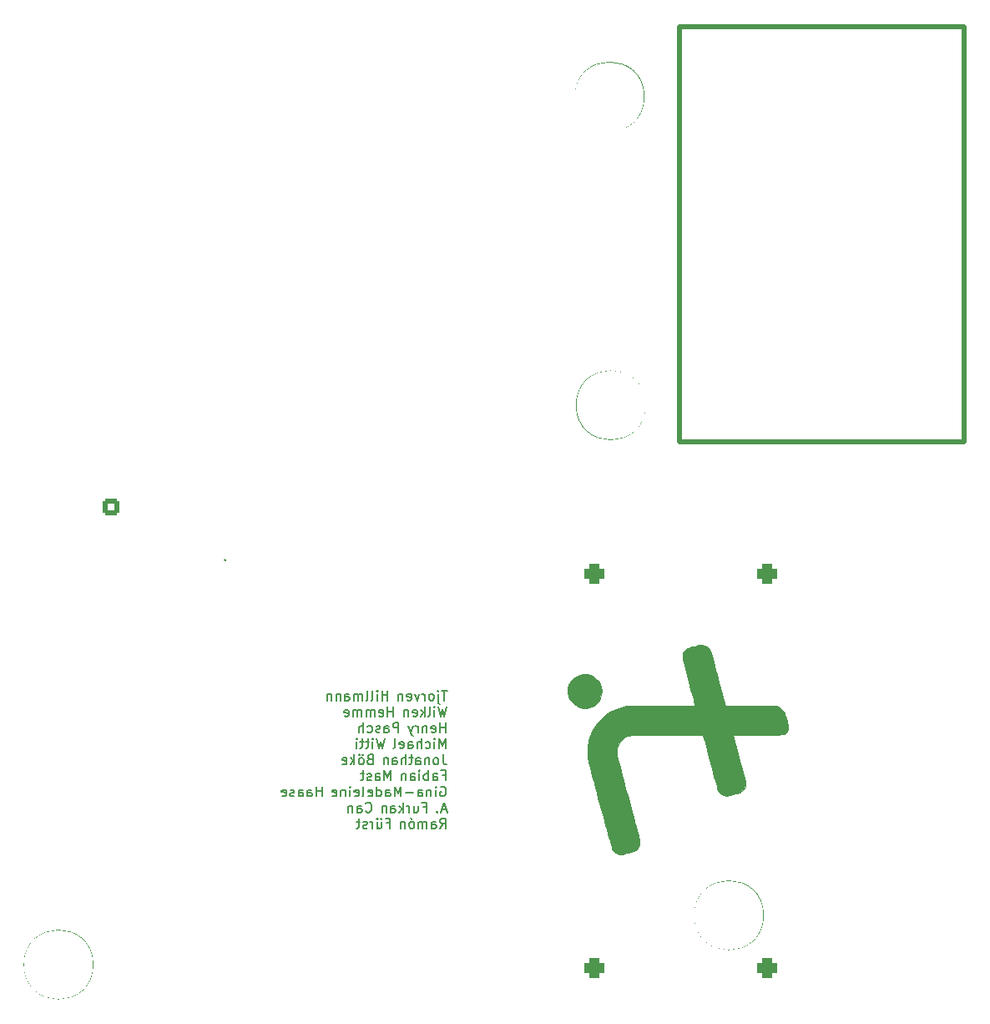
<source format=gbo>
G04 #@! TF.GenerationSoftware,KiCad,Pcbnew,(7.0.0)*
G04 #@! TF.CreationDate,2023-05-12T10:49:53+02:00*
G04 #@! TF.ProjectId,BMS_Project,424d535f-5072-46f6-9a65-63742e6b6963,rev?*
G04 #@! TF.SameCoordinates,Original*
G04 #@! TF.FileFunction,Legend,Bot*
G04 #@! TF.FilePolarity,Positive*
%FSLAX46Y46*%
G04 Gerber Fmt 4.6, Leading zero omitted, Abs format (unit mm)*
G04 Created by KiCad (PCBNEW (7.0.0)) date 2023-05-12 10:49:53*
%MOMM*%
%LPD*%
G01*
G04 APERTURE LIST*
G04 Aperture macros list*
%AMRoundRect*
0 Rectangle with rounded corners*
0 $1 Rounding radius*
0 $2 $3 $4 $5 $6 $7 $8 $9 X,Y pos of 4 corners*
0 Add a 4 corners polygon primitive as box body*
4,1,4,$2,$3,$4,$5,$6,$7,$8,$9,$2,$3,0*
0 Add four circle primitives for the rounded corners*
1,1,$1+$1,$2,$3*
1,1,$1+$1,$4,$5*
1,1,$1+$1,$6,$7*
1,1,$1+$1,$8,$9*
0 Add four rect primitives between the rounded corners*
20,1,$1+$1,$2,$3,$4,$5,0*
20,1,$1+$1,$4,$5,$6,$7,0*
20,1,$1+$1,$6,$7,$8,$9,0*
20,1,$1+$1,$8,$9,$2,$3,0*%
G04 Aperture macros list end*
%ADD10C,0.150000*%
%ADD11C,0.100000*%
%ADD12C,0.500000*%
%ADD13C,0.010000*%
%ADD14C,10.160000*%
%ADD15C,7.000000*%
%ADD16R,3.000000X3.000000*%
%ADD17C,3.000000*%
%ADD18RoundRect,0.500000X0.500000X-0.500000X0.500000X0.500000X-0.500000X0.500000X-0.500000X-0.500000X0*%
%ADD19RoundRect,0.250000X0.600000X-0.600000X0.600000X0.600000X-0.600000X0.600000X-0.600000X-0.600000X0*%
%ADD20C,1.700000*%
%ADD21R,1.600000X1.600000*%
%ADD22O,1.600000X1.600000*%
%ADD23C,3.500000*%
%ADD24R,1.700000X1.700000*%
%ADD25O,1.700000X1.700000*%
%ADD26O,2.200000X3.500000*%
%ADD27R,1.500000X2.500000*%
%ADD28O,1.500000X2.500000*%
%ADD29C,3.200000*%
%ADD30O,1.727200X1.727200*%
%ADD31R,1.727200X1.727200*%
G04 APERTURE END LIST*
D10*
X145604761Y-103922380D02*
X145033333Y-103922380D01*
X145319047Y-104922380D02*
X145319047Y-103922380D01*
X144699999Y-104255714D02*
X144699999Y-105112857D01*
X144699999Y-105112857D02*
X144747618Y-105208095D01*
X144747618Y-105208095D02*
X144842856Y-105255714D01*
X144842856Y-105255714D02*
X144890475Y-105255714D01*
X144699999Y-103922380D02*
X144747618Y-103970000D01*
X144747618Y-103970000D02*
X144699999Y-104017619D01*
X144699999Y-104017619D02*
X144652380Y-103970000D01*
X144652380Y-103970000D02*
X144699999Y-103922380D01*
X144699999Y-103922380D02*
X144699999Y-104017619D01*
X144080952Y-104922380D02*
X144176190Y-104874761D01*
X144176190Y-104874761D02*
X144223809Y-104827142D01*
X144223809Y-104827142D02*
X144271428Y-104731904D01*
X144271428Y-104731904D02*
X144271428Y-104446190D01*
X144271428Y-104446190D02*
X144223809Y-104350952D01*
X144223809Y-104350952D02*
X144176190Y-104303333D01*
X144176190Y-104303333D02*
X144080952Y-104255714D01*
X144080952Y-104255714D02*
X143938095Y-104255714D01*
X143938095Y-104255714D02*
X143842857Y-104303333D01*
X143842857Y-104303333D02*
X143795238Y-104350952D01*
X143795238Y-104350952D02*
X143747619Y-104446190D01*
X143747619Y-104446190D02*
X143747619Y-104731904D01*
X143747619Y-104731904D02*
X143795238Y-104827142D01*
X143795238Y-104827142D02*
X143842857Y-104874761D01*
X143842857Y-104874761D02*
X143938095Y-104922380D01*
X143938095Y-104922380D02*
X144080952Y-104922380D01*
X143319047Y-104922380D02*
X143319047Y-104255714D01*
X143319047Y-104446190D02*
X143271428Y-104350952D01*
X143271428Y-104350952D02*
X143223809Y-104303333D01*
X143223809Y-104303333D02*
X143128571Y-104255714D01*
X143128571Y-104255714D02*
X143033333Y-104255714D01*
X142795237Y-104255714D02*
X142557142Y-104922380D01*
X142557142Y-104922380D02*
X142319047Y-104255714D01*
X141557142Y-104874761D02*
X141652380Y-104922380D01*
X141652380Y-104922380D02*
X141842856Y-104922380D01*
X141842856Y-104922380D02*
X141938094Y-104874761D01*
X141938094Y-104874761D02*
X141985713Y-104779523D01*
X141985713Y-104779523D02*
X141985713Y-104398571D01*
X141985713Y-104398571D02*
X141938094Y-104303333D01*
X141938094Y-104303333D02*
X141842856Y-104255714D01*
X141842856Y-104255714D02*
X141652380Y-104255714D01*
X141652380Y-104255714D02*
X141557142Y-104303333D01*
X141557142Y-104303333D02*
X141509523Y-104398571D01*
X141509523Y-104398571D02*
X141509523Y-104493809D01*
X141509523Y-104493809D02*
X141985713Y-104589047D01*
X141080951Y-104255714D02*
X141080951Y-104922380D01*
X141080951Y-104350952D02*
X141033332Y-104303333D01*
X141033332Y-104303333D02*
X140938094Y-104255714D01*
X140938094Y-104255714D02*
X140795237Y-104255714D01*
X140795237Y-104255714D02*
X140699999Y-104303333D01*
X140699999Y-104303333D02*
X140652380Y-104398571D01*
X140652380Y-104398571D02*
X140652380Y-104922380D01*
X139576189Y-104922380D02*
X139576189Y-103922380D01*
X139576189Y-104398571D02*
X139004761Y-104398571D01*
X139004761Y-104922380D02*
X139004761Y-103922380D01*
X138528570Y-104922380D02*
X138528570Y-104255714D01*
X138528570Y-103922380D02*
X138576189Y-103970000D01*
X138576189Y-103970000D02*
X138528570Y-104017619D01*
X138528570Y-104017619D02*
X138480951Y-103970000D01*
X138480951Y-103970000D02*
X138528570Y-103922380D01*
X138528570Y-103922380D02*
X138528570Y-104017619D01*
X137909523Y-104922380D02*
X138004761Y-104874761D01*
X138004761Y-104874761D02*
X138052380Y-104779523D01*
X138052380Y-104779523D02*
X138052380Y-103922380D01*
X137385713Y-104922380D02*
X137480951Y-104874761D01*
X137480951Y-104874761D02*
X137528570Y-104779523D01*
X137528570Y-104779523D02*
X137528570Y-103922380D01*
X137004760Y-104922380D02*
X137004760Y-104255714D01*
X137004760Y-104350952D02*
X136957141Y-104303333D01*
X136957141Y-104303333D02*
X136861903Y-104255714D01*
X136861903Y-104255714D02*
X136719046Y-104255714D01*
X136719046Y-104255714D02*
X136623808Y-104303333D01*
X136623808Y-104303333D02*
X136576189Y-104398571D01*
X136576189Y-104398571D02*
X136576189Y-104922380D01*
X136576189Y-104398571D02*
X136528570Y-104303333D01*
X136528570Y-104303333D02*
X136433332Y-104255714D01*
X136433332Y-104255714D02*
X136290475Y-104255714D01*
X136290475Y-104255714D02*
X136195236Y-104303333D01*
X136195236Y-104303333D02*
X136147617Y-104398571D01*
X136147617Y-104398571D02*
X136147617Y-104922380D01*
X135242856Y-104922380D02*
X135242856Y-104398571D01*
X135242856Y-104398571D02*
X135290475Y-104303333D01*
X135290475Y-104303333D02*
X135385713Y-104255714D01*
X135385713Y-104255714D02*
X135576189Y-104255714D01*
X135576189Y-104255714D02*
X135671427Y-104303333D01*
X135242856Y-104874761D02*
X135338094Y-104922380D01*
X135338094Y-104922380D02*
X135576189Y-104922380D01*
X135576189Y-104922380D02*
X135671427Y-104874761D01*
X135671427Y-104874761D02*
X135719046Y-104779523D01*
X135719046Y-104779523D02*
X135719046Y-104684285D01*
X135719046Y-104684285D02*
X135671427Y-104589047D01*
X135671427Y-104589047D02*
X135576189Y-104541428D01*
X135576189Y-104541428D02*
X135338094Y-104541428D01*
X135338094Y-104541428D02*
X135242856Y-104493809D01*
X134766665Y-104255714D02*
X134766665Y-104922380D01*
X134766665Y-104350952D02*
X134719046Y-104303333D01*
X134719046Y-104303333D02*
X134623808Y-104255714D01*
X134623808Y-104255714D02*
X134480951Y-104255714D01*
X134480951Y-104255714D02*
X134385713Y-104303333D01*
X134385713Y-104303333D02*
X134338094Y-104398571D01*
X134338094Y-104398571D02*
X134338094Y-104922380D01*
X133861903Y-104255714D02*
X133861903Y-104922380D01*
X133861903Y-104350952D02*
X133814284Y-104303333D01*
X133814284Y-104303333D02*
X133719046Y-104255714D01*
X133719046Y-104255714D02*
X133576189Y-104255714D01*
X133576189Y-104255714D02*
X133480951Y-104303333D01*
X133480951Y-104303333D02*
X133433332Y-104398571D01*
X133433332Y-104398571D02*
X133433332Y-104922380D01*
X145557142Y-105542380D02*
X145319047Y-106542380D01*
X145319047Y-106542380D02*
X145128571Y-105828095D01*
X145128571Y-105828095D02*
X144938095Y-106542380D01*
X144938095Y-106542380D02*
X144700000Y-105542380D01*
X144319047Y-106542380D02*
X144319047Y-105875714D01*
X144319047Y-105542380D02*
X144366666Y-105590000D01*
X144366666Y-105590000D02*
X144319047Y-105637619D01*
X144319047Y-105637619D02*
X144271428Y-105590000D01*
X144271428Y-105590000D02*
X144319047Y-105542380D01*
X144319047Y-105542380D02*
X144319047Y-105637619D01*
X143700000Y-106542380D02*
X143795238Y-106494761D01*
X143795238Y-106494761D02*
X143842857Y-106399523D01*
X143842857Y-106399523D02*
X143842857Y-105542380D01*
X143319047Y-106542380D02*
X143319047Y-105542380D01*
X143223809Y-106161428D02*
X142938095Y-106542380D01*
X142938095Y-105875714D02*
X143319047Y-106256666D01*
X142128571Y-106494761D02*
X142223809Y-106542380D01*
X142223809Y-106542380D02*
X142414285Y-106542380D01*
X142414285Y-106542380D02*
X142509523Y-106494761D01*
X142509523Y-106494761D02*
X142557142Y-106399523D01*
X142557142Y-106399523D02*
X142557142Y-106018571D01*
X142557142Y-106018571D02*
X142509523Y-105923333D01*
X142509523Y-105923333D02*
X142414285Y-105875714D01*
X142414285Y-105875714D02*
X142223809Y-105875714D01*
X142223809Y-105875714D02*
X142128571Y-105923333D01*
X142128571Y-105923333D02*
X142080952Y-106018571D01*
X142080952Y-106018571D02*
X142080952Y-106113809D01*
X142080952Y-106113809D02*
X142557142Y-106209047D01*
X141652380Y-105875714D02*
X141652380Y-106542380D01*
X141652380Y-105970952D02*
X141604761Y-105923333D01*
X141604761Y-105923333D02*
X141509523Y-105875714D01*
X141509523Y-105875714D02*
X141366666Y-105875714D01*
X141366666Y-105875714D02*
X141271428Y-105923333D01*
X141271428Y-105923333D02*
X141223809Y-106018571D01*
X141223809Y-106018571D02*
X141223809Y-106542380D01*
X140147618Y-106542380D02*
X140147618Y-105542380D01*
X140147618Y-106018571D02*
X139576190Y-106018571D01*
X139576190Y-106542380D02*
X139576190Y-105542380D01*
X138719047Y-106494761D02*
X138814285Y-106542380D01*
X138814285Y-106542380D02*
X139004761Y-106542380D01*
X139004761Y-106542380D02*
X139099999Y-106494761D01*
X139099999Y-106494761D02*
X139147618Y-106399523D01*
X139147618Y-106399523D02*
X139147618Y-106018571D01*
X139147618Y-106018571D02*
X139099999Y-105923333D01*
X139099999Y-105923333D02*
X139004761Y-105875714D01*
X139004761Y-105875714D02*
X138814285Y-105875714D01*
X138814285Y-105875714D02*
X138719047Y-105923333D01*
X138719047Y-105923333D02*
X138671428Y-106018571D01*
X138671428Y-106018571D02*
X138671428Y-106113809D01*
X138671428Y-106113809D02*
X139147618Y-106209047D01*
X138242856Y-106542380D02*
X138242856Y-105875714D01*
X138242856Y-105970952D02*
X138195237Y-105923333D01*
X138195237Y-105923333D02*
X138099999Y-105875714D01*
X138099999Y-105875714D02*
X137957142Y-105875714D01*
X137957142Y-105875714D02*
X137861904Y-105923333D01*
X137861904Y-105923333D02*
X137814285Y-106018571D01*
X137814285Y-106018571D02*
X137814285Y-106542380D01*
X137814285Y-106018571D02*
X137766666Y-105923333D01*
X137766666Y-105923333D02*
X137671428Y-105875714D01*
X137671428Y-105875714D02*
X137528571Y-105875714D01*
X137528571Y-105875714D02*
X137433332Y-105923333D01*
X137433332Y-105923333D02*
X137385713Y-106018571D01*
X137385713Y-106018571D02*
X137385713Y-106542380D01*
X136909523Y-106542380D02*
X136909523Y-105875714D01*
X136909523Y-105970952D02*
X136861904Y-105923333D01*
X136861904Y-105923333D02*
X136766666Y-105875714D01*
X136766666Y-105875714D02*
X136623809Y-105875714D01*
X136623809Y-105875714D02*
X136528571Y-105923333D01*
X136528571Y-105923333D02*
X136480952Y-106018571D01*
X136480952Y-106018571D02*
X136480952Y-106542380D01*
X136480952Y-106018571D02*
X136433333Y-105923333D01*
X136433333Y-105923333D02*
X136338095Y-105875714D01*
X136338095Y-105875714D02*
X136195238Y-105875714D01*
X136195238Y-105875714D02*
X136099999Y-105923333D01*
X136099999Y-105923333D02*
X136052380Y-106018571D01*
X136052380Y-106018571D02*
X136052380Y-106542380D01*
X135195238Y-106494761D02*
X135290476Y-106542380D01*
X135290476Y-106542380D02*
X135480952Y-106542380D01*
X135480952Y-106542380D02*
X135576190Y-106494761D01*
X135576190Y-106494761D02*
X135623809Y-106399523D01*
X135623809Y-106399523D02*
X135623809Y-106018571D01*
X135623809Y-106018571D02*
X135576190Y-105923333D01*
X135576190Y-105923333D02*
X135480952Y-105875714D01*
X135480952Y-105875714D02*
X135290476Y-105875714D01*
X135290476Y-105875714D02*
X135195238Y-105923333D01*
X135195238Y-105923333D02*
X135147619Y-106018571D01*
X135147619Y-106018571D02*
X135147619Y-106113809D01*
X135147619Y-106113809D02*
X135623809Y-106209047D01*
X145461904Y-108162380D02*
X145461904Y-107162380D01*
X145461904Y-107638571D02*
X144890476Y-107638571D01*
X144890476Y-108162380D02*
X144890476Y-107162380D01*
X144033333Y-108114761D02*
X144128571Y-108162380D01*
X144128571Y-108162380D02*
X144319047Y-108162380D01*
X144319047Y-108162380D02*
X144414285Y-108114761D01*
X144414285Y-108114761D02*
X144461904Y-108019523D01*
X144461904Y-108019523D02*
X144461904Y-107638571D01*
X144461904Y-107638571D02*
X144414285Y-107543333D01*
X144414285Y-107543333D02*
X144319047Y-107495714D01*
X144319047Y-107495714D02*
X144128571Y-107495714D01*
X144128571Y-107495714D02*
X144033333Y-107543333D01*
X144033333Y-107543333D02*
X143985714Y-107638571D01*
X143985714Y-107638571D02*
X143985714Y-107733809D01*
X143985714Y-107733809D02*
X144461904Y-107829047D01*
X143557142Y-107495714D02*
X143557142Y-108162380D01*
X143557142Y-107590952D02*
X143509523Y-107543333D01*
X143509523Y-107543333D02*
X143414285Y-107495714D01*
X143414285Y-107495714D02*
X143271428Y-107495714D01*
X143271428Y-107495714D02*
X143176190Y-107543333D01*
X143176190Y-107543333D02*
X143128571Y-107638571D01*
X143128571Y-107638571D02*
X143128571Y-108162380D01*
X142652380Y-108162380D02*
X142652380Y-107495714D01*
X142652380Y-107686190D02*
X142604761Y-107590952D01*
X142604761Y-107590952D02*
X142557142Y-107543333D01*
X142557142Y-107543333D02*
X142461904Y-107495714D01*
X142461904Y-107495714D02*
X142366666Y-107495714D01*
X142128570Y-107495714D02*
X141890475Y-108162380D01*
X141652380Y-107495714D02*
X141890475Y-108162380D01*
X141890475Y-108162380D02*
X141985713Y-108400476D01*
X141985713Y-108400476D02*
X142033332Y-108448095D01*
X142033332Y-108448095D02*
X142128570Y-108495714D01*
X140671427Y-108162380D02*
X140671427Y-107162380D01*
X140671427Y-107162380D02*
X140290475Y-107162380D01*
X140290475Y-107162380D02*
X140195237Y-107210000D01*
X140195237Y-107210000D02*
X140147618Y-107257619D01*
X140147618Y-107257619D02*
X140099999Y-107352857D01*
X140099999Y-107352857D02*
X140099999Y-107495714D01*
X140099999Y-107495714D02*
X140147618Y-107590952D01*
X140147618Y-107590952D02*
X140195237Y-107638571D01*
X140195237Y-107638571D02*
X140290475Y-107686190D01*
X140290475Y-107686190D02*
X140671427Y-107686190D01*
X139242856Y-108162380D02*
X139242856Y-107638571D01*
X139242856Y-107638571D02*
X139290475Y-107543333D01*
X139290475Y-107543333D02*
X139385713Y-107495714D01*
X139385713Y-107495714D02*
X139576189Y-107495714D01*
X139576189Y-107495714D02*
X139671427Y-107543333D01*
X139242856Y-108114761D02*
X139338094Y-108162380D01*
X139338094Y-108162380D02*
X139576189Y-108162380D01*
X139576189Y-108162380D02*
X139671427Y-108114761D01*
X139671427Y-108114761D02*
X139719046Y-108019523D01*
X139719046Y-108019523D02*
X139719046Y-107924285D01*
X139719046Y-107924285D02*
X139671427Y-107829047D01*
X139671427Y-107829047D02*
X139576189Y-107781428D01*
X139576189Y-107781428D02*
X139338094Y-107781428D01*
X139338094Y-107781428D02*
X139242856Y-107733809D01*
X138814284Y-108114761D02*
X138719046Y-108162380D01*
X138719046Y-108162380D02*
X138528570Y-108162380D01*
X138528570Y-108162380D02*
X138433332Y-108114761D01*
X138433332Y-108114761D02*
X138385713Y-108019523D01*
X138385713Y-108019523D02*
X138385713Y-107971904D01*
X138385713Y-107971904D02*
X138433332Y-107876666D01*
X138433332Y-107876666D02*
X138528570Y-107829047D01*
X138528570Y-107829047D02*
X138671427Y-107829047D01*
X138671427Y-107829047D02*
X138766665Y-107781428D01*
X138766665Y-107781428D02*
X138814284Y-107686190D01*
X138814284Y-107686190D02*
X138814284Y-107638571D01*
X138814284Y-107638571D02*
X138766665Y-107543333D01*
X138766665Y-107543333D02*
X138671427Y-107495714D01*
X138671427Y-107495714D02*
X138528570Y-107495714D01*
X138528570Y-107495714D02*
X138433332Y-107543333D01*
X137528570Y-108114761D02*
X137623808Y-108162380D01*
X137623808Y-108162380D02*
X137814284Y-108162380D01*
X137814284Y-108162380D02*
X137909522Y-108114761D01*
X137909522Y-108114761D02*
X137957141Y-108067142D01*
X137957141Y-108067142D02*
X138004760Y-107971904D01*
X138004760Y-107971904D02*
X138004760Y-107686190D01*
X138004760Y-107686190D02*
X137957141Y-107590952D01*
X137957141Y-107590952D02*
X137909522Y-107543333D01*
X137909522Y-107543333D02*
X137814284Y-107495714D01*
X137814284Y-107495714D02*
X137623808Y-107495714D01*
X137623808Y-107495714D02*
X137528570Y-107543333D01*
X137099998Y-108162380D02*
X137099998Y-107162380D01*
X136671427Y-108162380D02*
X136671427Y-107638571D01*
X136671427Y-107638571D02*
X136719046Y-107543333D01*
X136719046Y-107543333D02*
X136814284Y-107495714D01*
X136814284Y-107495714D02*
X136957141Y-107495714D01*
X136957141Y-107495714D02*
X137052379Y-107543333D01*
X137052379Y-107543333D02*
X137099998Y-107590952D01*
X145461904Y-109782380D02*
X145461904Y-108782380D01*
X145461904Y-108782380D02*
X145128571Y-109496666D01*
X145128571Y-109496666D02*
X144795238Y-108782380D01*
X144795238Y-108782380D02*
X144795238Y-109782380D01*
X144319047Y-109782380D02*
X144319047Y-109115714D01*
X144319047Y-108782380D02*
X144366666Y-108830000D01*
X144366666Y-108830000D02*
X144319047Y-108877619D01*
X144319047Y-108877619D02*
X144271428Y-108830000D01*
X144271428Y-108830000D02*
X144319047Y-108782380D01*
X144319047Y-108782380D02*
X144319047Y-108877619D01*
X143414286Y-109734761D02*
X143509524Y-109782380D01*
X143509524Y-109782380D02*
X143700000Y-109782380D01*
X143700000Y-109782380D02*
X143795238Y-109734761D01*
X143795238Y-109734761D02*
X143842857Y-109687142D01*
X143842857Y-109687142D02*
X143890476Y-109591904D01*
X143890476Y-109591904D02*
X143890476Y-109306190D01*
X143890476Y-109306190D02*
X143842857Y-109210952D01*
X143842857Y-109210952D02*
X143795238Y-109163333D01*
X143795238Y-109163333D02*
X143700000Y-109115714D01*
X143700000Y-109115714D02*
X143509524Y-109115714D01*
X143509524Y-109115714D02*
X143414286Y-109163333D01*
X142985714Y-109782380D02*
X142985714Y-108782380D01*
X142557143Y-109782380D02*
X142557143Y-109258571D01*
X142557143Y-109258571D02*
X142604762Y-109163333D01*
X142604762Y-109163333D02*
X142700000Y-109115714D01*
X142700000Y-109115714D02*
X142842857Y-109115714D01*
X142842857Y-109115714D02*
X142938095Y-109163333D01*
X142938095Y-109163333D02*
X142985714Y-109210952D01*
X141652381Y-109782380D02*
X141652381Y-109258571D01*
X141652381Y-109258571D02*
X141700000Y-109163333D01*
X141700000Y-109163333D02*
X141795238Y-109115714D01*
X141795238Y-109115714D02*
X141985714Y-109115714D01*
X141985714Y-109115714D02*
X142080952Y-109163333D01*
X141652381Y-109734761D02*
X141747619Y-109782380D01*
X141747619Y-109782380D02*
X141985714Y-109782380D01*
X141985714Y-109782380D02*
X142080952Y-109734761D01*
X142080952Y-109734761D02*
X142128571Y-109639523D01*
X142128571Y-109639523D02*
X142128571Y-109544285D01*
X142128571Y-109544285D02*
X142080952Y-109449047D01*
X142080952Y-109449047D02*
X141985714Y-109401428D01*
X141985714Y-109401428D02*
X141747619Y-109401428D01*
X141747619Y-109401428D02*
X141652381Y-109353809D01*
X140795238Y-109734761D02*
X140890476Y-109782380D01*
X140890476Y-109782380D02*
X141080952Y-109782380D01*
X141080952Y-109782380D02*
X141176190Y-109734761D01*
X141176190Y-109734761D02*
X141223809Y-109639523D01*
X141223809Y-109639523D02*
X141223809Y-109258571D01*
X141223809Y-109258571D02*
X141176190Y-109163333D01*
X141176190Y-109163333D02*
X141080952Y-109115714D01*
X141080952Y-109115714D02*
X140890476Y-109115714D01*
X140890476Y-109115714D02*
X140795238Y-109163333D01*
X140795238Y-109163333D02*
X140747619Y-109258571D01*
X140747619Y-109258571D02*
X140747619Y-109353809D01*
X140747619Y-109353809D02*
X141223809Y-109449047D01*
X140176190Y-109782380D02*
X140271428Y-109734761D01*
X140271428Y-109734761D02*
X140319047Y-109639523D01*
X140319047Y-109639523D02*
X140319047Y-108782380D01*
X139290475Y-108782380D02*
X139052380Y-109782380D01*
X139052380Y-109782380D02*
X138861904Y-109068095D01*
X138861904Y-109068095D02*
X138671428Y-109782380D01*
X138671428Y-109782380D02*
X138433333Y-108782380D01*
X138052380Y-109782380D02*
X138052380Y-109115714D01*
X138052380Y-108782380D02*
X138099999Y-108830000D01*
X138099999Y-108830000D02*
X138052380Y-108877619D01*
X138052380Y-108877619D02*
X138004761Y-108830000D01*
X138004761Y-108830000D02*
X138052380Y-108782380D01*
X138052380Y-108782380D02*
X138052380Y-108877619D01*
X137719047Y-109115714D02*
X137338095Y-109115714D01*
X137576190Y-108782380D02*
X137576190Y-109639523D01*
X137576190Y-109639523D02*
X137528571Y-109734761D01*
X137528571Y-109734761D02*
X137433333Y-109782380D01*
X137433333Y-109782380D02*
X137338095Y-109782380D01*
X137147618Y-109115714D02*
X136766666Y-109115714D01*
X137004761Y-108782380D02*
X137004761Y-109639523D01*
X137004761Y-109639523D02*
X136957142Y-109734761D01*
X136957142Y-109734761D02*
X136861904Y-109782380D01*
X136861904Y-109782380D02*
X136766666Y-109782380D01*
X136433332Y-109782380D02*
X136433332Y-109115714D01*
X136433332Y-108782380D02*
X136480951Y-108830000D01*
X136480951Y-108830000D02*
X136433332Y-108877619D01*
X136433332Y-108877619D02*
X136385713Y-108830000D01*
X136385713Y-108830000D02*
X136433332Y-108782380D01*
X136433332Y-108782380D02*
X136433332Y-108877619D01*
X145176190Y-110402380D02*
X145176190Y-111116666D01*
X145176190Y-111116666D02*
X145223809Y-111259523D01*
X145223809Y-111259523D02*
X145319047Y-111354761D01*
X145319047Y-111354761D02*
X145461904Y-111402380D01*
X145461904Y-111402380D02*
X145557142Y-111402380D01*
X144557142Y-111402380D02*
X144652380Y-111354761D01*
X144652380Y-111354761D02*
X144699999Y-111307142D01*
X144699999Y-111307142D02*
X144747618Y-111211904D01*
X144747618Y-111211904D02*
X144747618Y-110926190D01*
X144747618Y-110926190D02*
X144699999Y-110830952D01*
X144699999Y-110830952D02*
X144652380Y-110783333D01*
X144652380Y-110783333D02*
X144557142Y-110735714D01*
X144557142Y-110735714D02*
X144414285Y-110735714D01*
X144414285Y-110735714D02*
X144319047Y-110783333D01*
X144319047Y-110783333D02*
X144271428Y-110830952D01*
X144271428Y-110830952D02*
X144223809Y-110926190D01*
X144223809Y-110926190D02*
X144223809Y-111211904D01*
X144223809Y-111211904D02*
X144271428Y-111307142D01*
X144271428Y-111307142D02*
X144319047Y-111354761D01*
X144319047Y-111354761D02*
X144414285Y-111402380D01*
X144414285Y-111402380D02*
X144557142Y-111402380D01*
X143795237Y-110735714D02*
X143795237Y-111402380D01*
X143795237Y-110830952D02*
X143747618Y-110783333D01*
X143747618Y-110783333D02*
X143652380Y-110735714D01*
X143652380Y-110735714D02*
X143509523Y-110735714D01*
X143509523Y-110735714D02*
X143414285Y-110783333D01*
X143414285Y-110783333D02*
X143366666Y-110878571D01*
X143366666Y-110878571D02*
X143366666Y-111402380D01*
X142461904Y-111402380D02*
X142461904Y-110878571D01*
X142461904Y-110878571D02*
X142509523Y-110783333D01*
X142509523Y-110783333D02*
X142604761Y-110735714D01*
X142604761Y-110735714D02*
X142795237Y-110735714D01*
X142795237Y-110735714D02*
X142890475Y-110783333D01*
X142461904Y-111354761D02*
X142557142Y-111402380D01*
X142557142Y-111402380D02*
X142795237Y-111402380D01*
X142795237Y-111402380D02*
X142890475Y-111354761D01*
X142890475Y-111354761D02*
X142938094Y-111259523D01*
X142938094Y-111259523D02*
X142938094Y-111164285D01*
X142938094Y-111164285D02*
X142890475Y-111069047D01*
X142890475Y-111069047D02*
X142795237Y-111021428D01*
X142795237Y-111021428D02*
X142557142Y-111021428D01*
X142557142Y-111021428D02*
X142461904Y-110973809D01*
X142128570Y-110735714D02*
X141747618Y-110735714D01*
X141985713Y-110402380D02*
X141985713Y-111259523D01*
X141985713Y-111259523D02*
X141938094Y-111354761D01*
X141938094Y-111354761D02*
X141842856Y-111402380D01*
X141842856Y-111402380D02*
X141747618Y-111402380D01*
X141414284Y-111402380D02*
X141414284Y-110402380D01*
X140985713Y-111402380D02*
X140985713Y-110878571D01*
X140985713Y-110878571D02*
X141033332Y-110783333D01*
X141033332Y-110783333D02*
X141128570Y-110735714D01*
X141128570Y-110735714D02*
X141271427Y-110735714D01*
X141271427Y-110735714D02*
X141366665Y-110783333D01*
X141366665Y-110783333D02*
X141414284Y-110830952D01*
X140080951Y-111402380D02*
X140080951Y-110878571D01*
X140080951Y-110878571D02*
X140128570Y-110783333D01*
X140128570Y-110783333D02*
X140223808Y-110735714D01*
X140223808Y-110735714D02*
X140414284Y-110735714D01*
X140414284Y-110735714D02*
X140509522Y-110783333D01*
X140080951Y-111354761D02*
X140176189Y-111402380D01*
X140176189Y-111402380D02*
X140414284Y-111402380D01*
X140414284Y-111402380D02*
X140509522Y-111354761D01*
X140509522Y-111354761D02*
X140557141Y-111259523D01*
X140557141Y-111259523D02*
X140557141Y-111164285D01*
X140557141Y-111164285D02*
X140509522Y-111069047D01*
X140509522Y-111069047D02*
X140414284Y-111021428D01*
X140414284Y-111021428D02*
X140176189Y-111021428D01*
X140176189Y-111021428D02*
X140080951Y-110973809D01*
X139604760Y-110735714D02*
X139604760Y-111402380D01*
X139604760Y-110830952D02*
X139557141Y-110783333D01*
X139557141Y-110783333D02*
X139461903Y-110735714D01*
X139461903Y-110735714D02*
X139319046Y-110735714D01*
X139319046Y-110735714D02*
X139223808Y-110783333D01*
X139223808Y-110783333D02*
X139176189Y-110878571D01*
X139176189Y-110878571D02*
X139176189Y-111402380D01*
X137766665Y-110878571D02*
X137623808Y-110926190D01*
X137623808Y-110926190D02*
X137576189Y-110973809D01*
X137576189Y-110973809D02*
X137528570Y-111069047D01*
X137528570Y-111069047D02*
X137528570Y-111211904D01*
X137528570Y-111211904D02*
X137576189Y-111307142D01*
X137576189Y-111307142D02*
X137623808Y-111354761D01*
X137623808Y-111354761D02*
X137719046Y-111402380D01*
X137719046Y-111402380D02*
X138099998Y-111402380D01*
X138099998Y-111402380D02*
X138099998Y-110402380D01*
X138099998Y-110402380D02*
X137766665Y-110402380D01*
X137766665Y-110402380D02*
X137671427Y-110450000D01*
X137671427Y-110450000D02*
X137623808Y-110497619D01*
X137623808Y-110497619D02*
X137576189Y-110592857D01*
X137576189Y-110592857D02*
X137576189Y-110688095D01*
X137576189Y-110688095D02*
X137623808Y-110783333D01*
X137623808Y-110783333D02*
X137671427Y-110830952D01*
X137671427Y-110830952D02*
X137766665Y-110878571D01*
X137766665Y-110878571D02*
X138099998Y-110878571D01*
X136957141Y-111402380D02*
X137052379Y-111354761D01*
X137052379Y-111354761D02*
X137099998Y-111307142D01*
X137099998Y-111307142D02*
X137147617Y-111211904D01*
X137147617Y-111211904D02*
X137147617Y-110926190D01*
X137147617Y-110926190D02*
X137099998Y-110830952D01*
X137099998Y-110830952D02*
X137052379Y-110783333D01*
X137052379Y-110783333D02*
X136957141Y-110735714D01*
X136957141Y-110735714D02*
X136814284Y-110735714D01*
X136814284Y-110735714D02*
X136719046Y-110783333D01*
X136719046Y-110783333D02*
X136671427Y-110830952D01*
X136671427Y-110830952D02*
X136623808Y-110926190D01*
X136623808Y-110926190D02*
X136623808Y-111211904D01*
X136623808Y-111211904D02*
X136671427Y-111307142D01*
X136671427Y-111307142D02*
X136719046Y-111354761D01*
X136719046Y-111354761D02*
X136814284Y-111402380D01*
X136814284Y-111402380D02*
X136957141Y-111402380D01*
X137052379Y-110402380D02*
X137004760Y-110450000D01*
X137004760Y-110450000D02*
X137052379Y-110497619D01*
X137052379Y-110497619D02*
X137099998Y-110450000D01*
X137099998Y-110450000D02*
X137052379Y-110402380D01*
X137052379Y-110402380D02*
X137052379Y-110497619D01*
X136671427Y-110402380D02*
X136623808Y-110450000D01*
X136623808Y-110450000D02*
X136671427Y-110497619D01*
X136671427Y-110497619D02*
X136719046Y-110450000D01*
X136719046Y-110450000D02*
X136671427Y-110402380D01*
X136671427Y-110402380D02*
X136671427Y-110497619D01*
X136195236Y-111402380D02*
X136195236Y-110402380D01*
X136099998Y-111021428D02*
X135814284Y-111402380D01*
X135814284Y-110735714D02*
X136195236Y-111116666D01*
X135004760Y-111354761D02*
X135099998Y-111402380D01*
X135099998Y-111402380D02*
X135290474Y-111402380D01*
X135290474Y-111402380D02*
X135385712Y-111354761D01*
X135385712Y-111354761D02*
X135433331Y-111259523D01*
X135433331Y-111259523D02*
X135433331Y-110878571D01*
X135433331Y-110878571D02*
X135385712Y-110783333D01*
X135385712Y-110783333D02*
X135290474Y-110735714D01*
X135290474Y-110735714D02*
X135099998Y-110735714D01*
X135099998Y-110735714D02*
X135004760Y-110783333D01*
X135004760Y-110783333D02*
X134957141Y-110878571D01*
X134957141Y-110878571D02*
X134957141Y-110973809D01*
X134957141Y-110973809D02*
X135433331Y-111069047D01*
X145128571Y-112498571D02*
X145461904Y-112498571D01*
X145461904Y-113022380D02*
X145461904Y-112022380D01*
X145461904Y-112022380D02*
X144985714Y-112022380D01*
X144176190Y-113022380D02*
X144176190Y-112498571D01*
X144176190Y-112498571D02*
X144223809Y-112403333D01*
X144223809Y-112403333D02*
X144319047Y-112355714D01*
X144319047Y-112355714D02*
X144509523Y-112355714D01*
X144509523Y-112355714D02*
X144604761Y-112403333D01*
X144176190Y-112974761D02*
X144271428Y-113022380D01*
X144271428Y-113022380D02*
X144509523Y-113022380D01*
X144509523Y-113022380D02*
X144604761Y-112974761D01*
X144604761Y-112974761D02*
X144652380Y-112879523D01*
X144652380Y-112879523D02*
X144652380Y-112784285D01*
X144652380Y-112784285D02*
X144604761Y-112689047D01*
X144604761Y-112689047D02*
X144509523Y-112641428D01*
X144509523Y-112641428D02*
X144271428Y-112641428D01*
X144271428Y-112641428D02*
X144176190Y-112593809D01*
X143699999Y-113022380D02*
X143699999Y-112022380D01*
X143699999Y-112403333D02*
X143604761Y-112355714D01*
X143604761Y-112355714D02*
X143414285Y-112355714D01*
X143414285Y-112355714D02*
X143319047Y-112403333D01*
X143319047Y-112403333D02*
X143271428Y-112450952D01*
X143271428Y-112450952D02*
X143223809Y-112546190D01*
X143223809Y-112546190D02*
X143223809Y-112831904D01*
X143223809Y-112831904D02*
X143271428Y-112927142D01*
X143271428Y-112927142D02*
X143319047Y-112974761D01*
X143319047Y-112974761D02*
X143414285Y-113022380D01*
X143414285Y-113022380D02*
X143604761Y-113022380D01*
X143604761Y-113022380D02*
X143699999Y-112974761D01*
X142795237Y-113022380D02*
X142795237Y-112355714D01*
X142795237Y-112022380D02*
X142842856Y-112070000D01*
X142842856Y-112070000D02*
X142795237Y-112117619D01*
X142795237Y-112117619D02*
X142747618Y-112070000D01*
X142747618Y-112070000D02*
X142795237Y-112022380D01*
X142795237Y-112022380D02*
X142795237Y-112117619D01*
X141890476Y-113022380D02*
X141890476Y-112498571D01*
X141890476Y-112498571D02*
X141938095Y-112403333D01*
X141938095Y-112403333D02*
X142033333Y-112355714D01*
X142033333Y-112355714D02*
X142223809Y-112355714D01*
X142223809Y-112355714D02*
X142319047Y-112403333D01*
X141890476Y-112974761D02*
X141985714Y-113022380D01*
X141985714Y-113022380D02*
X142223809Y-113022380D01*
X142223809Y-113022380D02*
X142319047Y-112974761D01*
X142319047Y-112974761D02*
X142366666Y-112879523D01*
X142366666Y-112879523D02*
X142366666Y-112784285D01*
X142366666Y-112784285D02*
X142319047Y-112689047D01*
X142319047Y-112689047D02*
X142223809Y-112641428D01*
X142223809Y-112641428D02*
X141985714Y-112641428D01*
X141985714Y-112641428D02*
X141890476Y-112593809D01*
X141414285Y-112355714D02*
X141414285Y-113022380D01*
X141414285Y-112450952D02*
X141366666Y-112403333D01*
X141366666Y-112403333D02*
X141271428Y-112355714D01*
X141271428Y-112355714D02*
X141128571Y-112355714D01*
X141128571Y-112355714D02*
X141033333Y-112403333D01*
X141033333Y-112403333D02*
X140985714Y-112498571D01*
X140985714Y-112498571D02*
X140985714Y-113022380D01*
X139909523Y-113022380D02*
X139909523Y-112022380D01*
X139909523Y-112022380D02*
X139576190Y-112736666D01*
X139576190Y-112736666D02*
X139242857Y-112022380D01*
X139242857Y-112022380D02*
X139242857Y-113022380D01*
X138338095Y-113022380D02*
X138338095Y-112498571D01*
X138338095Y-112498571D02*
X138385714Y-112403333D01*
X138385714Y-112403333D02*
X138480952Y-112355714D01*
X138480952Y-112355714D02*
X138671428Y-112355714D01*
X138671428Y-112355714D02*
X138766666Y-112403333D01*
X138338095Y-112974761D02*
X138433333Y-113022380D01*
X138433333Y-113022380D02*
X138671428Y-113022380D01*
X138671428Y-113022380D02*
X138766666Y-112974761D01*
X138766666Y-112974761D02*
X138814285Y-112879523D01*
X138814285Y-112879523D02*
X138814285Y-112784285D01*
X138814285Y-112784285D02*
X138766666Y-112689047D01*
X138766666Y-112689047D02*
X138671428Y-112641428D01*
X138671428Y-112641428D02*
X138433333Y-112641428D01*
X138433333Y-112641428D02*
X138338095Y-112593809D01*
X137909523Y-112974761D02*
X137814285Y-113022380D01*
X137814285Y-113022380D02*
X137623809Y-113022380D01*
X137623809Y-113022380D02*
X137528571Y-112974761D01*
X137528571Y-112974761D02*
X137480952Y-112879523D01*
X137480952Y-112879523D02*
X137480952Y-112831904D01*
X137480952Y-112831904D02*
X137528571Y-112736666D01*
X137528571Y-112736666D02*
X137623809Y-112689047D01*
X137623809Y-112689047D02*
X137766666Y-112689047D01*
X137766666Y-112689047D02*
X137861904Y-112641428D01*
X137861904Y-112641428D02*
X137909523Y-112546190D01*
X137909523Y-112546190D02*
X137909523Y-112498571D01*
X137909523Y-112498571D02*
X137861904Y-112403333D01*
X137861904Y-112403333D02*
X137766666Y-112355714D01*
X137766666Y-112355714D02*
X137623809Y-112355714D01*
X137623809Y-112355714D02*
X137528571Y-112403333D01*
X137195237Y-112355714D02*
X136814285Y-112355714D01*
X137052380Y-112022380D02*
X137052380Y-112879523D01*
X137052380Y-112879523D02*
X137004761Y-112974761D01*
X137004761Y-112974761D02*
X136909523Y-113022380D01*
X136909523Y-113022380D02*
X136814285Y-113022380D01*
X144938095Y-113690000D02*
X145033333Y-113642380D01*
X145033333Y-113642380D02*
X145176190Y-113642380D01*
X145176190Y-113642380D02*
X145319047Y-113690000D01*
X145319047Y-113690000D02*
X145414285Y-113785238D01*
X145414285Y-113785238D02*
X145461904Y-113880476D01*
X145461904Y-113880476D02*
X145509523Y-114070952D01*
X145509523Y-114070952D02*
X145509523Y-114213809D01*
X145509523Y-114213809D02*
X145461904Y-114404285D01*
X145461904Y-114404285D02*
X145414285Y-114499523D01*
X145414285Y-114499523D02*
X145319047Y-114594761D01*
X145319047Y-114594761D02*
X145176190Y-114642380D01*
X145176190Y-114642380D02*
X145080952Y-114642380D01*
X145080952Y-114642380D02*
X144938095Y-114594761D01*
X144938095Y-114594761D02*
X144890476Y-114547142D01*
X144890476Y-114547142D02*
X144890476Y-114213809D01*
X144890476Y-114213809D02*
X145080952Y-114213809D01*
X144461904Y-114642380D02*
X144461904Y-113975714D01*
X144461904Y-113642380D02*
X144509523Y-113690000D01*
X144509523Y-113690000D02*
X144461904Y-113737619D01*
X144461904Y-113737619D02*
X144414285Y-113690000D01*
X144414285Y-113690000D02*
X144461904Y-113642380D01*
X144461904Y-113642380D02*
X144461904Y-113737619D01*
X143985714Y-113975714D02*
X143985714Y-114642380D01*
X143985714Y-114070952D02*
X143938095Y-114023333D01*
X143938095Y-114023333D02*
X143842857Y-113975714D01*
X143842857Y-113975714D02*
X143700000Y-113975714D01*
X143700000Y-113975714D02*
X143604762Y-114023333D01*
X143604762Y-114023333D02*
X143557143Y-114118571D01*
X143557143Y-114118571D02*
X143557143Y-114642380D01*
X142652381Y-114642380D02*
X142652381Y-114118571D01*
X142652381Y-114118571D02*
X142700000Y-114023333D01*
X142700000Y-114023333D02*
X142795238Y-113975714D01*
X142795238Y-113975714D02*
X142985714Y-113975714D01*
X142985714Y-113975714D02*
X143080952Y-114023333D01*
X142652381Y-114594761D02*
X142747619Y-114642380D01*
X142747619Y-114642380D02*
X142985714Y-114642380D01*
X142985714Y-114642380D02*
X143080952Y-114594761D01*
X143080952Y-114594761D02*
X143128571Y-114499523D01*
X143128571Y-114499523D02*
X143128571Y-114404285D01*
X143128571Y-114404285D02*
X143080952Y-114309047D01*
X143080952Y-114309047D02*
X142985714Y-114261428D01*
X142985714Y-114261428D02*
X142747619Y-114261428D01*
X142747619Y-114261428D02*
X142652381Y-114213809D01*
X142176190Y-114261428D02*
X141414286Y-114261428D01*
X140938095Y-114642380D02*
X140938095Y-113642380D01*
X140938095Y-113642380D02*
X140604762Y-114356666D01*
X140604762Y-114356666D02*
X140271429Y-113642380D01*
X140271429Y-113642380D02*
X140271429Y-114642380D01*
X139366667Y-114642380D02*
X139366667Y-114118571D01*
X139366667Y-114118571D02*
X139414286Y-114023333D01*
X139414286Y-114023333D02*
X139509524Y-113975714D01*
X139509524Y-113975714D02*
X139700000Y-113975714D01*
X139700000Y-113975714D02*
X139795238Y-114023333D01*
X139366667Y-114594761D02*
X139461905Y-114642380D01*
X139461905Y-114642380D02*
X139700000Y-114642380D01*
X139700000Y-114642380D02*
X139795238Y-114594761D01*
X139795238Y-114594761D02*
X139842857Y-114499523D01*
X139842857Y-114499523D02*
X139842857Y-114404285D01*
X139842857Y-114404285D02*
X139795238Y-114309047D01*
X139795238Y-114309047D02*
X139700000Y-114261428D01*
X139700000Y-114261428D02*
X139461905Y-114261428D01*
X139461905Y-114261428D02*
X139366667Y-114213809D01*
X138461905Y-114642380D02*
X138461905Y-113642380D01*
X138461905Y-114594761D02*
X138557143Y-114642380D01*
X138557143Y-114642380D02*
X138747619Y-114642380D01*
X138747619Y-114642380D02*
X138842857Y-114594761D01*
X138842857Y-114594761D02*
X138890476Y-114547142D01*
X138890476Y-114547142D02*
X138938095Y-114451904D01*
X138938095Y-114451904D02*
X138938095Y-114166190D01*
X138938095Y-114166190D02*
X138890476Y-114070952D01*
X138890476Y-114070952D02*
X138842857Y-114023333D01*
X138842857Y-114023333D02*
X138747619Y-113975714D01*
X138747619Y-113975714D02*
X138557143Y-113975714D01*
X138557143Y-113975714D02*
X138461905Y-114023333D01*
X137604762Y-114594761D02*
X137700000Y-114642380D01*
X137700000Y-114642380D02*
X137890476Y-114642380D01*
X137890476Y-114642380D02*
X137985714Y-114594761D01*
X137985714Y-114594761D02*
X138033333Y-114499523D01*
X138033333Y-114499523D02*
X138033333Y-114118571D01*
X138033333Y-114118571D02*
X137985714Y-114023333D01*
X137985714Y-114023333D02*
X137890476Y-113975714D01*
X137890476Y-113975714D02*
X137700000Y-113975714D01*
X137700000Y-113975714D02*
X137604762Y-114023333D01*
X137604762Y-114023333D02*
X137557143Y-114118571D01*
X137557143Y-114118571D02*
X137557143Y-114213809D01*
X137557143Y-114213809D02*
X138033333Y-114309047D01*
X136985714Y-114642380D02*
X137080952Y-114594761D01*
X137080952Y-114594761D02*
X137128571Y-114499523D01*
X137128571Y-114499523D02*
X137128571Y-113642380D01*
X136223809Y-114594761D02*
X136319047Y-114642380D01*
X136319047Y-114642380D02*
X136509523Y-114642380D01*
X136509523Y-114642380D02*
X136604761Y-114594761D01*
X136604761Y-114594761D02*
X136652380Y-114499523D01*
X136652380Y-114499523D02*
X136652380Y-114118571D01*
X136652380Y-114118571D02*
X136604761Y-114023333D01*
X136604761Y-114023333D02*
X136509523Y-113975714D01*
X136509523Y-113975714D02*
X136319047Y-113975714D01*
X136319047Y-113975714D02*
X136223809Y-114023333D01*
X136223809Y-114023333D02*
X136176190Y-114118571D01*
X136176190Y-114118571D02*
X136176190Y-114213809D01*
X136176190Y-114213809D02*
X136652380Y-114309047D01*
X135747618Y-114642380D02*
X135747618Y-113975714D01*
X135747618Y-113642380D02*
X135795237Y-113690000D01*
X135795237Y-113690000D02*
X135747618Y-113737619D01*
X135747618Y-113737619D02*
X135699999Y-113690000D01*
X135699999Y-113690000D02*
X135747618Y-113642380D01*
X135747618Y-113642380D02*
X135747618Y-113737619D01*
X135271428Y-113975714D02*
X135271428Y-114642380D01*
X135271428Y-114070952D02*
X135223809Y-114023333D01*
X135223809Y-114023333D02*
X135128571Y-113975714D01*
X135128571Y-113975714D02*
X134985714Y-113975714D01*
X134985714Y-113975714D02*
X134890476Y-114023333D01*
X134890476Y-114023333D02*
X134842857Y-114118571D01*
X134842857Y-114118571D02*
X134842857Y-114642380D01*
X133985714Y-114594761D02*
X134080952Y-114642380D01*
X134080952Y-114642380D02*
X134271428Y-114642380D01*
X134271428Y-114642380D02*
X134366666Y-114594761D01*
X134366666Y-114594761D02*
X134414285Y-114499523D01*
X134414285Y-114499523D02*
X134414285Y-114118571D01*
X134414285Y-114118571D02*
X134366666Y-114023333D01*
X134366666Y-114023333D02*
X134271428Y-113975714D01*
X134271428Y-113975714D02*
X134080952Y-113975714D01*
X134080952Y-113975714D02*
X133985714Y-114023333D01*
X133985714Y-114023333D02*
X133938095Y-114118571D01*
X133938095Y-114118571D02*
X133938095Y-114213809D01*
X133938095Y-114213809D02*
X134414285Y-114309047D01*
X132909523Y-114642380D02*
X132909523Y-113642380D01*
X132909523Y-114118571D02*
X132338095Y-114118571D01*
X132338095Y-114642380D02*
X132338095Y-113642380D01*
X131433333Y-114642380D02*
X131433333Y-114118571D01*
X131433333Y-114118571D02*
X131480952Y-114023333D01*
X131480952Y-114023333D02*
X131576190Y-113975714D01*
X131576190Y-113975714D02*
X131766666Y-113975714D01*
X131766666Y-113975714D02*
X131861904Y-114023333D01*
X131433333Y-114594761D02*
X131528571Y-114642380D01*
X131528571Y-114642380D02*
X131766666Y-114642380D01*
X131766666Y-114642380D02*
X131861904Y-114594761D01*
X131861904Y-114594761D02*
X131909523Y-114499523D01*
X131909523Y-114499523D02*
X131909523Y-114404285D01*
X131909523Y-114404285D02*
X131861904Y-114309047D01*
X131861904Y-114309047D02*
X131766666Y-114261428D01*
X131766666Y-114261428D02*
X131528571Y-114261428D01*
X131528571Y-114261428D02*
X131433333Y-114213809D01*
X130528571Y-114642380D02*
X130528571Y-114118571D01*
X130528571Y-114118571D02*
X130576190Y-114023333D01*
X130576190Y-114023333D02*
X130671428Y-113975714D01*
X130671428Y-113975714D02*
X130861904Y-113975714D01*
X130861904Y-113975714D02*
X130957142Y-114023333D01*
X130528571Y-114594761D02*
X130623809Y-114642380D01*
X130623809Y-114642380D02*
X130861904Y-114642380D01*
X130861904Y-114642380D02*
X130957142Y-114594761D01*
X130957142Y-114594761D02*
X131004761Y-114499523D01*
X131004761Y-114499523D02*
X131004761Y-114404285D01*
X131004761Y-114404285D02*
X130957142Y-114309047D01*
X130957142Y-114309047D02*
X130861904Y-114261428D01*
X130861904Y-114261428D02*
X130623809Y-114261428D01*
X130623809Y-114261428D02*
X130528571Y-114213809D01*
X130099999Y-114594761D02*
X130004761Y-114642380D01*
X130004761Y-114642380D02*
X129814285Y-114642380D01*
X129814285Y-114642380D02*
X129719047Y-114594761D01*
X129719047Y-114594761D02*
X129671428Y-114499523D01*
X129671428Y-114499523D02*
X129671428Y-114451904D01*
X129671428Y-114451904D02*
X129719047Y-114356666D01*
X129719047Y-114356666D02*
X129814285Y-114309047D01*
X129814285Y-114309047D02*
X129957142Y-114309047D01*
X129957142Y-114309047D02*
X130052380Y-114261428D01*
X130052380Y-114261428D02*
X130099999Y-114166190D01*
X130099999Y-114166190D02*
X130099999Y-114118571D01*
X130099999Y-114118571D02*
X130052380Y-114023333D01*
X130052380Y-114023333D02*
X129957142Y-113975714D01*
X129957142Y-113975714D02*
X129814285Y-113975714D01*
X129814285Y-113975714D02*
X129719047Y-114023333D01*
X128861904Y-114594761D02*
X128957142Y-114642380D01*
X128957142Y-114642380D02*
X129147618Y-114642380D01*
X129147618Y-114642380D02*
X129242856Y-114594761D01*
X129242856Y-114594761D02*
X129290475Y-114499523D01*
X129290475Y-114499523D02*
X129290475Y-114118571D01*
X129290475Y-114118571D02*
X129242856Y-114023333D01*
X129242856Y-114023333D02*
X129147618Y-113975714D01*
X129147618Y-113975714D02*
X128957142Y-113975714D01*
X128957142Y-113975714D02*
X128861904Y-114023333D01*
X128861904Y-114023333D02*
X128814285Y-114118571D01*
X128814285Y-114118571D02*
X128814285Y-114213809D01*
X128814285Y-114213809D02*
X129290475Y-114309047D01*
X145509523Y-115976666D02*
X145033333Y-115976666D01*
X145604761Y-116262380D02*
X145271428Y-115262380D01*
X145271428Y-115262380D02*
X144938095Y-116262380D01*
X144604761Y-116167142D02*
X144557142Y-116214761D01*
X144557142Y-116214761D02*
X144604761Y-116262380D01*
X144604761Y-116262380D02*
X144652380Y-116214761D01*
X144652380Y-116214761D02*
X144604761Y-116167142D01*
X144604761Y-116167142D02*
X144604761Y-116262380D01*
X143195238Y-115738571D02*
X143528571Y-115738571D01*
X143528571Y-116262380D02*
X143528571Y-115262380D01*
X143528571Y-115262380D02*
X143052381Y-115262380D01*
X142242857Y-115595714D02*
X142242857Y-116262380D01*
X142671428Y-115595714D02*
X142671428Y-116119523D01*
X142671428Y-116119523D02*
X142623809Y-116214761D01*
X142623809Y-116214761D02*
X142528571Y-116262380D01*
X142528571Y-116262380D02*
X142385714Y-116262380D01*
X142385714Y-116262380D02*
X142290476Y-116214761D01*
X142290476Y-116214761D02*
X142242857Y-116167142D01*
X141766666Y-116262380D02*
X141766666Y-115595714D01*
X141766666Y-115786190D02*
X141719047Y-115690952D01*
X141719047Y-115690952D02*
X141671428Y-115643333D01*
X141671428Y-115643333D02*
X141576190Y-115595714D01*
X141576190Y-115595714D02*
X141480952Y-115595714D01*
X141147618Y-116262380D02*
X141147618Y-115262380D01*
X141052380Y-115881428D02*
X140766666Y-116262380D01*
X140766666Y-115595714D02*
X141147618Y-115976666D01*
X139909523Y-116262380D02*
X139909523Y-115738571D01*
X139909523Y-115738571D02*
X139957142Y-115643333D01*
X139957142Y-115643333D02*
X140052380Y-115595714D01*
X140052380Y-115595714D02*
X140242856Y-115595714D01*
X140242856Y-115595714D02*
X140338094Y-115643333D01*
X139909523Y-116214761D02*
X140004761Y-116262380D01*
X140004761Y-116262380D02*
X140242856Y-116262380D01*
X140242856Y-116262380D02*
X140338094Y-116214761D01*
X140338094Y-116214761D02*
X140385713Y-116119523D01*
X140385713Y-116119523D02*
X140385713Y-116024285D01*
X140385713Y-116024285D02*
X140338094Y-115929047D01*
X140338094Y-115929047D02*
X140242856Y-115881428D01*
X140242856Y-115881428D02*
X140004761Y-115881428D01*
X140004761Y-115881428D02*
X139909523Y-115833809D01*
X139433332Y-115595714D02*
X139433332Y-116262380D01*
X139433332Y-115690952D02*
X139385713Y-115643333D01*
X139385713Y-115643333D02*
X139290475Y-115595714D01*
X139290475Y-115595714D02*
X139147618Y-115595714D01*
X139147618Y-115595714D02*
X139052380Y-115643333D01*
X139052380Y-115643333D02*
X139004761Y-115738571D01*
X139004761Y-115738571D02*
X139004761Y-116262380D01*
X137357142Y-116167142D02*
X137404761Y-116214761D01*
X137404761Y-116214761D02*
X137547618Y-116262380D01*
X137547618Y-116262380D02*
X137642856Y-116262380D01*
X137642856Y-116262380D02*
X137785713Y-116214761D01*
X137785713Y-116214761D02*
X137880951Y-116119523D01*
X137880951Y-116119523D02*
X137928570Y-116024285D01*
X137928570Y-116024285D02*
X137976189Y-115833809D01*
X137976189Y-115833809D02*
X137976189Y-115690952D01*
X137976189Y-115690952D02*
X137928570Y-115500476D01*
X137928570Y-115500476D02*
X137880951Y-115405238D01*
X137880951Y-115405238D02*
X137785713Y-115310000D01*
X137785713Y-115310000D02*
X137642856Y-115262380D01*
X137642856Y-115262380D02*
X137547618Y-115262380D01*
X137547618Y-115262380D02*
X137404761Y-115310000D01*
X137404761Y-115310000D02*
X137357142Y-115357619D01*
X136499999Y-116262380D02*
X136499999Y-115738571D01*
X136499999Y-115738571D02*
X136547618Y-115643333D01*
X136547618Y-115643333D02*
X136642856Y-115595714D01*
X136642856Y-115595714D02*
X136833332Y-115595714D01*
X136833332Y-115595714D02*
X136928570Y-115643333D01*
X136499999Y-116214761D02*
X136595237Y-116262380D01*
X136595237Y-116262380D02*
X136833332Y-116262380D01*
X136833332Y-116262380D02*
X136928570Y-116214761D01*
X136928570Y-116214761D02*
X136976189Y-116119523D01*
X136976189Y-116119523D02*
X136976189Y-116024285D01*
X136976189Y-116024285D02*
X136928570Y-115929047D01*
X136928570Y-115929047D02*
X136833332Y-115881428D01*
X136833332Y-115881428D02*
X136595237Y-115881428D01*
X136595237Y-115881428D02*
X136499999Y-115833809D01*
X136023808Y-115595714D02*
X136023808Y-116262380D01*
X136023808Y-115690952D02*
X135976189Y-115643333D01*
X135976189Y-115643333D02*
X135880951Y-115595714D01*
X135880951Y-115595714D02*
X135738094Y-115595714D01*
X135738094Y-115595714D02*
X135642856Y-115643333D01*
X135642856Y-115643333D02*
X135595237Y-115738571D01*
X135595237Y-115738571D02*
X135595237Y-116262380D01*
X144890476Y-117882380D02*
X145223809Y-117406190D01*
X145461904Y-117882380D02*
X145461904Y-116882380D01*
X145461904Y-116882380D02*
X145080952Y-116882380D01*
X145080952Y-116882380D02*
X144985714Y-116930000D01*
X144985714Y-116930000D02*
X144938095Y-116977619D01*
X144938095Y-116977619D02*
X144890476Y-117072857D01*
X144890476Y-117072857D02*
X144890476Y-117215714D01*
X144890476Y-117215714D02*
X144938095Y-117310952D01*
X144938095Y-117310952D02*
X144985714Y-117358571D01*
X144985714Y-117358571D02*
X145080952Y-117406190D01*
X145080952Y-117406190D02*
X145461904Y-117406190D01*
X144033333Y-117882380D02*
X144033333Y-117358571D01*
X144033333Y-117358571D02*
X144080952Y-117263333D01*
X144080952Y-117263333D02*
X144176190Y-117215714D01*
X144176190Y-117215714D02*
X144366666Y-117215714D01*
X144366666Y-117215714D02*
X144461904Y-117263333D01*
X144033333Y-117834761D02*
X144128571Y-117882380D01*
X144128571Y-117882380D02*
X144366666Y-117882380D01*
X144366666Y-117882380D02*
X144461904Y-117834761D01*
X144461904Y-117834761D02*
X144509523Y-117739523D01*
X144509523Y-117739523D02*
X144509523Y-117644285D01*
X144509523Y-117644285D02*
X144461904Y-117549047D01*
X144461904Y-117549047D02*
X144366666Y-117501428D01*
X144366666Y-117501428D02*
X144128571Y-117501428D01*
X144128571Y-117501428D02*
X144033333Y-117453809D01*
X143557142Y-117882380D02*
X143557142Y-117215714D01*
X143557142Y-117310952D02*
X143509523Y-117263333D01*
X143509523Y-117263333D02*
X143414285Y-117215714D01*
X143414285Y-117215714D02*
X143271428Y-117215714D01*
X143271428Y-117215714D02*
X143176190Y-117263333D01*
X143176190Y-117263333D02*
X143128571Y-117358571D01*
X143128571Y-117358571D02*
X143128571Y-117882380D01*
X143128571Y-117358571D02*
X143080952Y-117263333D01*
X143080952Y-117263333D02*
X142985714Y-117215714D01*
X142985714Y-117215714D02*
X142842857Y-117215714D01*
X142842857Y-117215714D02*
X142747618Y-117263333D01*
X142747618Y-117263333D02*
X142699999Y-117358571D01*
X142699999Y-117358571D02*
X142699999Y-117882380D01*
X142080952Y-117882380D02*
X142176190Y-117834761D01*
X142176190Y-117834761D02*
X142223809Y-117787142D01*
X142223809Y-117787142D02*
X142271428Y-117691904D01*
X142271428Y-117691904D02*
X142271428Y-117406190D01*
X142271428Y-117406190D02*
X142223809Y-117310952D01*
X142223809Y-117310952D02*
X142176190Y-117263333D01*
X142176190Y-117263333D02*
X142080952Y-117215714D01*
X142080952Y-117215714D02*
X141938095Y-117215714D01*
X141938095Y-117215714D02*
X141842857Y-117263333D01*
X141842857Y-117263333D02*
X141795238Y-117310952D01*
X141795238Y-117310952D02*
X141747619Y-117406190D01*
X141747619Y-117406190D02*
X141747619Y-117691904D01*
X141747619Y-117691904D02*
X141795238Y-117787142D01*
X141795238Y-117787142D02*
X141842857Y-117834761D01*
X141842857Y-117834761D02*
X141938095Y-117882380D01*
X141938095Y-117882380D02*
X142080952Y-117882380D01*
X141890476Y-116834761D02*
X142033333Y-116977619D01*
X141319047Y-117215714D02*
X141319047Y-117882380D01*
X141319047Y-117310952D02*
X141271428Y-117263333D01*
X141271428Y-117263333D02*
X141176190Y-117215714D01*
X141176190Y-117215714D02*
X141033333Y-117215714D01*
X141033333Y-117215714D02*
X140938095Y-117263333D01*
X140938095Y-117263333D02*
X140890476Y-117358571D01*
X140890476Y-117358571D02*
X140890476Y-117882380D01*
X139480952Y-117358571D02*
X139814285Y-117358571D01*
X139814285Y-117882380D02*
X139814285Y-116882380D01*
X139814285Y-116882380D02*
X139338095Y-116882380D01*
X138528571Y-117215714D02*
X138528571Y-117882380D01*
X138957142Y-117215714D02*
X138957142Y-117739523D01*
X138957142Y-117739523D02*
X138909523Y-117834761D01*
X138909523Y-117834761D02*
X138814285Y-117882380D01*
X138814285Y-117882380D02*
X138671428Y-117882380D01*
X138671428Y-117882380D02*
X138576190Y-117834761D01*
X138576190Y-117834761D02*
X138528571Y-117787142D01*
X138909523Y-116882380D02*
X138861904Y-116930000D01*
X138861904Y-116930000D02*
X138909523Y-116977619D01*
X138909523Y-116977619D02*
X138957142Y-116930000D01*
X138957142Y-116930000D02*
X138909523Y-116882380D01*
X138909523Y-116882380D02*
X138909523Y-116977619D01*
X138528571Y-116882380D02*
X138480952Y-116930000D01*
X138480952Y-116930000D02*
X138528571Y-116977619D01*
X138528571Y-116977619D02*
X138576190Y-116930000D01*
X138576190Y-116930000D02*
X138528571Y-116882380D01*
X138528571Y-116882380D02*
X138528571Y-116977619D01*
X138052380Y-117882380D02*
X138052380Y-117215714D01*
X138052380Y-117406190D02*
X138004761Y-117310952D01*
X138004761Y-117310952D02*
X137957142Y-117263333D01*
X137957142Y-117263333D02*
X137861904Y-117215714D01*
X137861904Y-117215714D02*
X137766666Y-117215714D01*
X137480951Y-117834761D02*
X137385713Y-117882380D01*
X137385713Y-117882380D02*
X137195237Y-117882380D01*
X137195237Y-117882380D02*
X137099999Y-117834761D01*
X137099999Y-117834761D02*
X137052380Y-117739523D01*
X137052380Y-117739523D02*
X137052380Y-117691904D01*
X137052380Y-117691904D02*
X137099999Y-117596666D01*
X137099999Y-117596666D02*
X137195237Y-117549047D01*
X137195237Y-117549047D02*
X137338094Y-117549047D01*
X137338094Y-117549047D02*
X137433332Y-117501428D01*
X137433332Y-117501428D02*
X137480951Y-117406190D01*
X137480951Y-117406190D02*
X137480951Y-117358571D01*
X137480951Y-117358571D02*
X137433332Y-117263333D01*
X137433332Y-117263333D02*
X137338094Y-117215714D01*
X137338094Y-117215714D02*
X137195237Y-117215714D01*
X137195237Y-117215714D02*
X137099999Y-117263333D01*
X136766665Y-117215714D02*
X136385713Y-117215714D01*
X136623808Y-116882380D02*
X136623808Y-117739523D01*
X136623808Y-117739523D02*
X136576189Y-117834761D01*
X136576189Y-117834761D02*
X136480951Y-117882380D01*
X136480951Y-117882380D02*
X136385713Y-117882380D01*
X123038142Y-90654000D02*
X123085761Y-90701619D01*
X123085761Y-90701619D02*
X123133380Y-90654000D01*
X123133380Y-90654000D02*
X123085761Y-90606381D01*
X123085761Y-90606381D02*
X123038142Y-90654000D01*
X123038142Y-90654000D02*
X123133380Y-90654000D01*
D11*
X165600000Y-43700000D02*
G75*
G03*
X165600000Y-43700000I-3500000J0D01*
G01*
X177700000Y-126700000D02*
G75*
G03*
X177700000Y-126700000I-3500000J0D01*
G01*
X109700000Y-131700000D02*
G75*
G03*
X109700000Y-131700000I-3500000J0D01*
G01*
X165700000Y-75000000D02*
G75*
G03*
X165700000Y-75000000I-3500000J0D01*
G01*
D12*
X169150000Y-78750000D02*
X198050000Y-78750000D01*
X198050000Y-78750000D02*
X198050000Y-36650000D01*
X198050000Y-36650000D02*
X169150000Y-36650000D01*
X169150000Y-36650000D02*
X169150000Y-78750000D01*
G36*
X159766214Y-102264137D02*
G01*
X160113482Y-102345128D01*
X160444720Y-102501221D01*
X160749233Y-102732555D01*
X160953343Y-102959984D01*
X161138875Y-103272394D01*
X161251880Y-103610895D01*
X161291316Y-103964138D01*
X161256137Y-104320773D01*
X161145300Y-104669453D01*
X160957761Y-104998827D01*
X160955377Y-105002131D01*
X160859979Y-105113740D01*
X160730595Y-105239647D01*
X160585703Y-105364733D01*
X160443782Y-105473877D01*
X160323308Y-105551962D01*
X160242760Y-105583868D01*
X160218002Y-105588875D01*
X160129049Y-105612013D01*
X160004167Y-105647242D01*
X159765096Y-105694716D01*
X159422827Y-105695129D01*
X159083237Y-105624626D01*
X158760486Y-105489583D01*
X158468737Y-105296373D01*
X158222150Y-105051369D01*
X158034888Y-104760945D01*
X157919953Y-104471123D01*
X157848619Y-104103123D01*
X157857421Y-103739403D01*
X157944936Y-103388978D01*
X158109739Y-103060863D01*
X158350406Y-102764072D01*
X158430721Y-102688373D01*
X158735167Y-102470365D01*
X159066362Y-102326896D01*
X159413608Y-102258106D01*
X159766214Y-102264137D01*
G37*
D13*
X159766214Y-102264137D02*
X160113482Y-102345128D01*
X160444720Y-102501221D01*
X160749233Y-102732555D01*
X160953343Y-102959984D01*
X161138875Y-103272394D01*
X161251880Y-103610895D01*
X161291316Y-103964138D01*
X161256137Y-104320773D01*
X161145300Y-104669453D01*
X160957761Y-104998827D01*
X160955377Y-105002131D01*
X160859979Y-105113740D01*
X160730595Y-105239647D01*
X160585703Y-105364733D01*
X160443782Y-105473877D01*
X160323308Y-105551962D01*
X160242760Y-105583868D01*
X160218002Y-105588875D01*
X160129049Y-105612013D01*
X160004167Y-105647242D01*
X159765096Y-105694716D01*
X159422827Y-105695129D01*
X159083237Y-105624626D01*
X158760486Y-105489583D01*
X158468737Y-105296373D01*
X158222150Y-105051369D01*
X158034888Y-104760945D01*
X157919953Y-104471123D01*
X157848619Y-104103123D01*
X157857421Y-103739403D01*
X157944936Y-103388978D01*
X158109739Y-103060863D01*
X158350406Y-102764072D01*
X158430721Y-102688373D01*
X158735167Y-102470365D01*
X159066362Y-102326896D01*
X159413608Y-102258106D01*
X159766214Y-102264137D01*
G36*
X171448753Y-99275140D02*
G01*
X171713770Y-99325622D01*
X171953607Y-99446525D01*
X172151218Y-99626594D01*
X172289555Y-99854575D01*
X172296109Y-99872210D01*
X172328470Y-99974784D01*
X172379566Y-100149177D01*
X172447341Y-100387942D01*
X172529745Y-100683631D01*
X172624722Y-101028798D01*
X172730221Y-101415996D01*
X172844187Y-101837777D01*
X172964568Y-102286695D01*
X173089311Y-102755302D01*
X173804834Y-105453105D01*
X176387167Y-105464636D01*
X178969500Y-105476166D01*
X179180063Y-105579781D01*
X179337460Y-105673235D01*
X179543941Y-105841704D01*
X179719072Y-106035454D01*
X179837929Y-106229854D01*
X179885929Y-106357190D01*
X179943983Y-106539778D01*
X180006854Y-106757734D01*
X180069536Y-106991695D01*
X180127019Y-107222294D01*
X180174296Y-107430168D01*
X180206359Y-107595951D01*
X180218199Y-107700280D01*
X180207258Y-107809733D01*
X180136410Y-108010916D01*
X180014426Y-108187404D01*
X179858500Y-108310047D01*
X179821840Y-108327720D01*
X179780400Y-108343275D01*
X179728416Y-108356478D01*
X179659151Y-108367598D01*
X179565867Y-108376904D01*
X179441824Y-108384665D01*
X179280284Y-108391150D01*
X179074510Y-108396628D01*
X178817763Y-108401369D01*
X178503304Y-108405640D01*
X178124396Y-108409712D01*
X177674300Y-108413853D01*
X177146278Y-108418333D01*
X174603389Y-108439500D01*
X175186345Y-110598500D01*
X175310274Y-111057364D01*
X175436738Y-111525693D01*
X175544017Y-111923716D01*
X175633601Y-112257628D01*
X175706978Y-112533623D01*
X175765640Y-112757893D01*
X175811075Y-112936634D01*
X175844773Y-113076038D01*
X175868225Y-113182300D01*
X175882920Y-113261614D01*
X175890348Y-113320173D01*
X175891998Y-113364171D01*
X175889360Y-113399803D01*
X175883924Y-113433261D01*
X175877180Y-113470740D01*
X175854650Y-113575234D01*
X175745195Y-113839224D01*
X175573792Y-114057194D01*
X175350000Y-114215636D01*
X175324256Y-114227210D01*
X175205128Y-114270390D01*
X175030012Y-114325699D01*
X174818132Y-114387242D01*
X174588716Y-114449121D01*
X174564568Y-114455375D01*
X174329465Y-114515091D01*
X174157346Y-114554807D01*
X174031064Y-114576782D01*
X173933471Y-114583277D01*
X173847419Y-114576549D01*
X173755759Y-114558858D01*
X173669878Y-114535482D01*
X173438941Y-114430173D01*
X173245254Y-114280216D01*
X173112129Y-114102150D01*
X173107972Y-114092843D01*
X173078003Y-114005957D01*
X173028906Y-113846443D01*
X172962773Y-113621704D01*
X172881696Y-113339145D01*
X172787768Y-113006168D01*
X172683081Y-112630178D01*
X172569728Y-112218579D01*
X172449799Y-111778773D01*
X172325389Y-111318166D01*
X172293464Y-111199430D01*
X172171021Y-110744480D01*
X172054648Y-110312762D01*
X171946329Y-109911592D01*
X171848047Y-109548290D01*
X171761786Y-109230173D01*
X171689530Y-108964560D01*
X171633263Y-108758767D01*
X171594967Y-108620113D01*
X171576627Y-108555916D01*
X171533434Y-108418333D01*
X167882568Y-108418333D01*
X167598268Y-108418313D01*
X166971357Y-108418235D01*
X166421148Y-108418426D01*
X165942011Y-108419273D01*
X165528320Y-108421164D01*
X165174447Y-108424486D01*
X164874764Y-108429628D01*
X164623643Y-108436978D01*
X164415458Y-108446923D01*
X164244579Y-108459851D01*
X164105380Y-108476149D01*
X163992234Y-108496206D01*
X163899511Y-108520408D01*
X163821585Y-108549145D01*
X163752828Y-108582804D01*
X163687612Y-108621772D01*
X163620310Y-108666437D01*
X163545294Y-108717188D01*
X163405091Y-108820101D01*
X163143823Y-109082059D01*
X162955759Y-109386147D01*
X162842100Y-109730103D01*
X162804048Y-110111666D01*
X162804517Y-110154860D01*
X162807316Y-110217924D01*
X162813734Y-110288209D01*
X162825015Y-110370679D01*
X162842399Y-110470300D01*
X162867128Y-110592035D01*
X162900443Y-110740850D01*
X162943585Y-110921710D01*
X162997796Y-111139580D01*
X163064318Y-111399424D01*
X163144390Y-111706208D01*
X163239255Y-112064895D01*
X163350155Y-112480452D01*
X163478329Y-112957843D01*
X163625021Y-113502032D01*
X163791470Y-114117985D01*
X163978919Y-114810666D01*
X163997190Y-114878149D01*
X164187577Y-115581190D01*
X164357105Y-116207671D01*
X164506763Y-116762377D01*
X164637538Y-117250090D01*
X164750418Y-117675595D01*
X164846390Y-118043675D01*
X164926441Y-118359113D01*
X164991560Y-118626695D01*
X165042734Y-118851203D01*
X165080950Y-119037421D01*
X165107197Y-119190134D01*
X165122461Y-119314123D01*
X165127731Y-119414175D01*
X165123994Y-119495071D01*
X165112237Y-119561597D01*
X165093448Y-119618535D01*
X165068616Y-119670670D01*
X165038727Y-119722784D01*
X165004768Y-119779663D01*
X164933784Y-119886550D01*
X164829195Y-119998969D01*
X164694472Y-120094952D01*
X164516260Y-120182027D01*
X164281203Y-120267721D01*
X163975947Y-120359563D01*
X163818338Y-120403185D01*
X163591464Y-120460443D01*
X163416119Y-120494848D01*
X163274148Y-120509656D01*
X163147401Y-120508122D01*
X163065984Y-120499166D01*
X162808354Y-120425206D01*
X162585505Y-120291904D01*
X162418194Y-120110576D01*
X162407047Y-120091529D01*
X162355730Y-119972541D01*
X162287574Y-119777694D01*
X162204232Y-119512188D01*
X162107355Y-119181224D01*
X161998597Y-118790000D01*
X161996537Y-118782426D01*
X161901110Y-118431435D01*
X161788487Y-118016877D01*
X161661696Y-117549926D01*
X161523769Y-117041759D01*
X161377734Y-116503548D01*
X161226623Y-115946470D01*
X161073465Y-115381698D01*
X160921290Y-114820409D01*
X160773129Y-114273776D01*
X160632011Y-113752975D01*
X160500967Y-113269181D01*
X160383027Y-112833568D01*
X160281220Y-112457311D01*
X160198578Y-112151585D01*
X160192485Y-112129026D01*
X160093726Y-111760658D01*
X160015406Y-111459645D01*
X159955188Y-111212572D01*
X159910732Y-111006025D01*
X159879703Y-110826589D01*
X159859762Y-110660849D01*
X159848571Y-110495392D01*
X159843794Y-110316802D01*
X159843091Y-110111666D01*
X159862769Y-109666850D01*
X159956343Y-109057183D01*
X160127520Y-108481029D01*
X160376965Y-107936729D01*
X160705340Y-107422622D01*
X161113312Y-106937048D01*
X161189990Y-106857928D01*
X161668740Y-106431459D01*
X162188388Y-106078976D01*
X162750821Y-105799348D01*
X163357926Y-105591443D01*
X163771834Y-105478176D01*
X170743920Y-105451310D01*
X170715682Y-105336738D01*
X170710022Y-105314633D01*
X170683605Y-105213814D01*
X170638589Y-105043225D01*
X170577083Y-104810813D01*
X170501195Y-104524530D01*
X170413032Y-104192325D01*
X170314702Y-103822146D01*
X170208313Y-103421943D01*
X170095974Y-102999666D01*
X170039824Y-102788317D01*
X169930049Y-102372987D01*
X169827453Y-101982033D01*
X169734144Y-101623655D01*
X169652232Y-101306053D01*
X169583824Y-101037426D01*
X169531031Y-100825974D01*
X169495960Y-100679897D01*
X169480722Y-100607395D01*
X169474745Y-100472986D01*
X169519231Y-100229866D01*
X169623567Y-99997780D01*
X169775822Y-99800108D01*
X169964063Y-99660233D01*
X169967907Y-99658300D01*
X170083532Y-99611460D01*
X170257265Y-99553721D01*
X170469299Y-99490369D01*
X170699824Y-99426686D01*
X170929034Y-99367957D01*
X171137121Y-99319466D01*
X171304276Y-99286497D01*
X171410692Y-99274333D01*
X171448753Y-99275140D01*
G37*
X171448753Y-99275140D02*
X171713770Y-99325622D01*
X171953607Y-99446525D01*
X172151218Y-99626594D01*
X172289555Y-99854575D01*
X172296109Y-99872210D01*
X172328470Y-99974784D01*
X172379566Y-100149177D01*
X172447341Y-100387942D01*
X172529745Y-100683631D01*
X172624722Y-101028798D01*
X172730221Y-101415996D01*
X172844187Y-101837777D01*
X172964568Y-102286695D01*
X173089311Y-102755302D01*
X173804834Y-105453105D01*
X176387167Y-105464636D01*
X178969500Y-105476166D01*
X179180063Y-105579781D01*
X179337460Y-105673235D01*
X179543941Y-105841704D01*
X179719072Y-106035454D01*
X179837929Y-106229854D01*
X179885929Y-106357190D01*
X179943983Y-106539778D01*
X180006854Y-106757734D01*
X180069536Y-106991695D01*
X180127019Y-107222294D01*
X180174296Y-107430168D01*
X180206359Y-107595951D01*
X180218199Y-107700280D01*
X180207258Y-107809733D01*
X180136410Y-108010916D01*
X180014426Y-108187404D01*
X179858500Y-108310047D01*
X179821840Y-108327720D01*
X179780400Y-108343275D01*
X179728416Y-108356478D01*
X179659151Y-108367598D01*
X179565867Y-108376904D01*
X179441824Y-108384665D01*
X179280284Y-108391150D01*
X179074510Y-108396628D01*
X178817763Y-108401369D01*
X178503304Y-108405640D01*
X178124396Y-108409712D01*
X177674300Y-108413853D01*
X177146278Y-108418333D01*
X174603389Y-108439500D01*
X175186345Y-110598500D01*
X175310274Y-111057364D01*
X175436738Y-111525693D01*
X175544017Y-111923716D01*
X175633601Y-112257628D01*
X175706978Y-112533623D01*
X175765640Y-112757893D01*
X175811075Y-112936634D01*
X175844773Y-113076038D01*
X175868225Y-113182300D01*
X175882920Y-113261614D01*
X175890348Y-113320173D01*
X175891998Y-113364171D01*
X175889360Y-113399803D01*
X175883924Y-113433261D01*
X175877180Y-113470740D01*
X175854650Y-113575234D01*
X175745195Y-113839224D01*
X175573792Y-114057194D01*
X175350000Y-114215636D01*
X175324256Y-114227210D01*
X175205128Y-114270390D01*
X175030012Y-114325699D01*
X174818132Y-114387242D01*
X174588716Y-114449121D01*
X174564568Y-114455375D01*
X174329465Y-114515091D01*
X174157346Y-114554807D01*
X174031064Y-114576782D01*
X173933471Y-114583277D01*
X173847419Y-114576549D01*
X173755759Y-114558858D01*
X173669878Y-114535482D01*
X173438941Y-114430173D01*
X173245254Y-114280216D01*
X173112129Y-114102150D01*
X173107972Y-114092843D01*
X173078003Y-114005957D01*
X173028906Y-113846443D01*
X172962773Y-113621704D01*
X172881696Y-113339145D01*
X172787768Y-113006168D01*
X172683081Y-112630178D01*
X172569728Y-112218579D01*
X172449799Y-111778773D01*
X172325389Y-111318166D01*
X172293464Y-111199430D01*
X172171021Y-110744480D01*
X172054648Y-110312762D01*
X171946329Y-109911592D01*
X171848047Y-109548290D01*
X171761786Y-109230173D01*
X171689530Y-108964560D01*
X171633263Y-108758767D01*
X171594967Y-108620113D01*
X171576627Y-108555916D01*
X171533434Y-108418333D01*
X167882568Y-108418333D01*
X167598268Y-108418313D01*
X166971357Y-108418235D01*
X166421148Y-108418426D01*
X165942011Y-108419273D01*
X165528320Y-108421164D01*
X165174447Y-108424486D01*
X164874764Y-108429628D01*
X164623643Y-108436978D01*
X164415458Y-108446923D01*
X164244579Y-108459851D01*
X164105380Y-108476149D01*
X163992234Y-108496206D01*
X163899511Y-108520408D01*
X163821585Y-108549145D01*
X163752828Y-108582804D01*
X163687612Y-108621772D01*
X163620310Y-108666437D01*
X163545294Y-108717188D01*
X163405091Y-108820101D01*
X163143823Y-109082059D01*
X162955759Y-109386147D01*
X162842100Y-109730103D01*
X162804048Y-110111666D01*
X162804517Y-110154860D01*
X162807316Y-110217924D01*
X162813734Y-110288209D01*
X162825015Y-110370679D01*
X162842399Y-110470300D01*
X162867128Y-110592035D01*
X162900443Y-110740850D01*
X162943585Y-110921710D01*
X162997796Y-111139580D01*
X163064318Y-111399424D01*
X163144390Y-111706208D01*
X163239255Y-112064895D01*
X163350155Y-112480452D01*
X163478329Y-112957843D01*
X163625021Y-113502032D01*
X163791470Y-114117985D01*
X163978919Y-114810666D01*
X163997190Y-114878149D01*
X164187577Y-115581190D01*
X164357105Y-116207671D01*
X164506763Y-116762377D01*
X164637538Y-117250090D01*
X164750418Y-117675595D01*
X164846390Y-118043675D01*
X164926441Y-118359113D01*
X164991560Y-118626695D01*
X165042734Y-118851203D01*
X165080950Y-119037421D01*
X165107197Y-119190134D01*
X165122461Y-119314123D01*
X165127731Y-119414175D01*
X165123994Y-119495071D01*
X165112237Y-119561597D01*
X165093448Y-119618535D01*
X165068616Y-119670670D01*
X165038727Y-119722784D01*
X165004768Y-119779663D01*
X164933784Y-119886550D01*
X164829195Y-119998969D01*
X164694472Y-120094952D01*
X164516260Y-120182027D01*
X164281203Y-120267721D01*
X163975947Y-120359563D01*
X163818338Y-120403185D01*
X163591464Y-120460443D01*
X163416119Y-120494848D01*
X163274148Y-120509656D01*
X163147401Y-120508122D01*
X163065984Y-120499166D01*
X162808354Y-120425206D01*
X162585505Y-120291904D01*
X162418194Y-120110576D01*
X162407047Y-120091529D01*
X162355730Y-119972541D01*
X162287574Y-119777694D01*
X162204232Y-119512188D01*
X162107355Y-119181224D01*
X161998597Y-118790000D01*
X161996537Y-118782426D01*
X161901110Y-118431435D01*
X161788487Y-118016877D01*
X161661696Y-117549926D01*
X161523769Y-117041759D01*
X161377734Y-116503548D01*
X161226623Y-115946470D01*
X161073465Y-115381698D01*
X160921290Y-114820409D01*
X160773129Y-114273776D01*
X160632011Y-113752975D01*
X160500967Y-113269181D01*
X160383027Y-112833568D01*
X160281220Y-112457311D01*
X160198578Y-112151585D01*
X160192485Y-112129026D01*
X160093726Y-111760658D01*
X160015406Y-111459645D01*
X159955188Y-111212572D01*
X159910732Y-111006025D01*
X159879703Y-110826589D01*
X159859762Y-110660849D01*
X159848571Y-110495392D01*
X159843794Y-110316802D01*
X159843091Y-110111666D01*
X159862769Y-109666850D01*
X159956343Y-109057183D01*
X160127520Y-108481029D01*
X160376965Y-107936729D01*
X160705340Y-107422622D01*
X161113312Y-106937048D01*
X161189990Y-106857928D01*
X161668740Y-106431459D01*
X162188388Y-106078976D01*
X162750821Y-105799348D01*
X163357926Y-105591443D01*
X163771834Y-105478176D01*
X170743920Y-105451310D01*
X170715682Y-105336738D01*
X170710022Y-105314633D01*
X170683605Y-105213814D01*
X170638589Y-105043225D01*
X170577083Y-104810813D01*
X170501195Y-104524530D01*
X170413032Y-104192325D01*
X170314702Y-103822146D01*
X170208313Y-103421943D01*
X170095974Y-102999666D01*
X170039824Y-102788317D01*
X169930049Y-102372987D01*
X169827453Y-101982033D01*
X169734144Y-101623655D01*
X169652232Y-101306053D01*
X169583824Y-101037426D01*
X169531031Y-100825974D01*
X169495960Y-100679897D01*
X169480722Y-100607395D01*
X169474745Y-100472986D01*
X169519231Y-100229866D01*
X169623567Y-99997780D01*
X169775822Y-99800108D01*
X169964063Y-99660233D01*
X169967907Y-99658300D01*
X170083532Y-99611460D01*
X170257265Y-99553721D01*
X170469299Y-99490369D01*
X170699824Y-99426686D01*
X170929034Y-99367957D01*
X171137121Y-99319466D01*
X171304276Y-99286497D01*
X171410692Y-99274333D01*
X171448753Y-99275140D01*
%LPC*%
D14*
X190000000Y-111000000D03*
D15*
X162100000Y-43700000D03*
D16*
X193599999Y-84659999D03*
D17*
X193600000Y-89740000D03*
D18*
X160550000Y-132050000D03*
X178050000Y-132050000D03*
X160550000Y-92050000D03*
X178050000Y-92050000D03*
D16*
X193599999Y-95659999D03*
D17*
X193600000Y-100740000D03*
D15*
X174200000Y-126700000D03*
X106200000Y-131700000D03*
X162200000Y-75000000D03*
D19*
X111540000Y-85340000D03*
D20*
X111540000Y-82800000D03*
X114080000Y-85340000D03*
X114080000Y-82800000D03*
X116620000Y-85340000D03*
X116620000Y-82800000D03*
X119160000Y-85340000D03*
X119160000Y-82800000D03*
X121700000Y-85340000D03*
X121700000Y-82800000D03*
X124240000Y-85340000D03*
X124240000Y-82800000D03*
X126780000Y-85340000D03*
X126780000Y-82800000D03*
X129320000Y-85340000D03*
X129320000Y-82800000D03*
X131860000Y-85340000D03*
X131860000Y-82800000D03*
X134400000Y-85340000D03*
X134400000Y-82800000D03*
D14*
X190000000Y-126000000D03*
D21*
X122999999Y-41599999D03*
D22*
X122999999Y-44139999D03*
X122999999Y-46679999D03*
X122999999Y-49219999D03*
X130619999Y-49219999D03*
X130619999Y-46679999D03*
X130619999Y-44139999D03*
X130619999Y-41599999D03*
D21*
X122899999Y-57799999D03*
D22*
X122899999Y-60339999D03*
X122899999Y-62879999D03*
X122899999Y-65419999D03*
X130519999Y-65419999D03*
X130519999Y-62879999D03*
X130519999Y-60339999D03*
X130519999Y-57799999D03*
D23*
X171950000Y-75850000D03*
X195200000Y-75850000D03*
X171950000Y-40500000D03*
X195200000Y-40500000D03*
D24*
X175869999Y-76349999D03*
D25*
X178409999Y-76349999D03*
X180949999Y-76349999D03*
X183489999Y-76349999D03*
X186029999Y-76349999D03*
X188569999Y-76349999D03*
X191109999Y-76349999D03*
D26*
X175499999Y-84499999D03*
X167299999Y-84499999D03*
D27*
X173399999Y-84499999D03*
D28*
X171399999Y-84499999D03*
X169399999Y-84499999D03*
D29*
X152230000Y-42140000D03*
X103970000Y-43410000D03*
D30*
X152229999Y-56109999D03*
D29*
X147150000Y-94210000D03*
X119210000Y-94210000D03*
X103970000Y-118340000D03*
X152230000Y-124690000D03*
D30*
X152229999Y-63729999D03*
X152229999Y-66269999D03*
X124289999Y-94336999D03*
X103969999Y-122149999D03*
X103969999Y-124689999D03*
X152229999Y-78969999D03*
X152229999Y-81509999D03*
X152229999Y-84049999D03*
X152229999Y-86589999D03*
X152229999Y-89129999D03*
X152229999Y-91669999D03*
X152229999Y-94209999D03*
X152229999Y-96749999D03*
X152229999Y-101829999D03*
X152229999Y-104369999D03*
X152229999Y-106909999D03*
X152229999Y-109449999D03*
X152229999Y-111989999D03*
X152229999Y-114529999D03*
X152229999Y-117069999D03*
X152229999Y-119609999D03*
X103969999Y-52045999D03*
X103969999Y-91669999D03*
X103969999Y-89129999D03*
X103969999Y-86589999D03*
X103969999Y-84049999D03*
X103969999Y-81509999D03*
X103969999Y-78969999D03*
X103969999Y-76429999D03*
X103969999Y-73889999D03*
X103969999Y-69825999D03*
X103969999Y-67285999D03*
X103969999Y-64745999D03*
X103969999Y-62205999D03*
X103969999Y-59665999D03*
X103969999Y-57125999D03*
X103969999Y-96749999D03*
X103969999Y-99289999D03*
X103969999Y-101829999D03*
X103969999Y-104369999D03*
X103969999Y-106909999D03*
X103969999Y-109449999D03*
X103969999Y-111989999D03*
X103969999Y-114529999D03*
X106509999Y-122149999D03*
X106509999Y-124689999D03*
X109049999Y-122149999D03*
X109049999Y-124689999D03*
X111589999Y-122149999D03*
X111589999Y-124689999D03*
X114129999Y-122149999D03*
X114129999Y-124689999D03*
X116669999Y-122149999D03*
X116669999Y-124689999D03*
X119209999Y-122149999D03*
X119209999Y-124689999D03*
X121749999Y-122149999D03*
X121749999Y-124689999D03*
X124289999Y-122149999D03*
X124289999Y-124689999D03*
X126829999Y-122149999D03*
X126829999Y-124689999D03*
X129369999Y-122149999D03*
X129369999Y-124689999D03*
X131909999Y-122149999D03*
X131909999Y-124689999D03*
X134449999Y-122149999D03*
X134449999Y-124689999D03*
X136989999Y-122149999D03*
X136989999Y-124689999D03*
X139529999Y-122149999D03*
X139529999Y-124689999D03*
X142069999Y-122149999D03*
X142069999Y-124689999D03*
X144609999Y-122149999D03*
X144609999Y-124689999D03*
D31*
X103969999Y-54585999D03*
X152229999Y-68809999D03*
X152229999Y-71349999D03*
X129369999Y-94336999D03*
X147149999Y-122149999D03*
X147149999Y-124689999D03*
D30*
X152229999Y-58649999D03*
X124289999Y-91796999D03*
X126829999Y-94336999D03*
X152229999Y-61189999D03*
X129369999Y-91796999D03*
X126829999Y-91796999D03*
X103969999Y-46965999D03*
X103969999Y-49505999D03*
X152229999Y-73889999D03*
M02*

</source>
